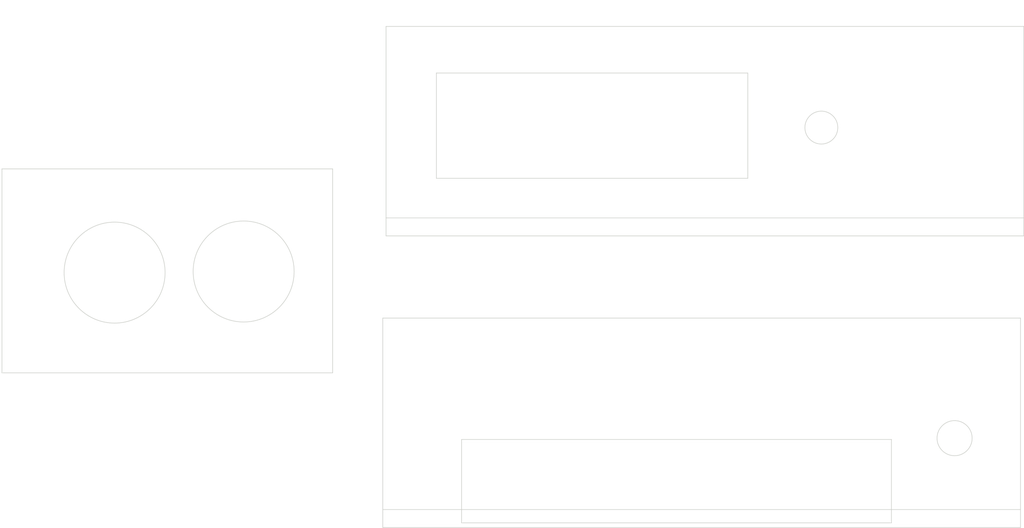
<source format=kicad_pcb>
(kicad_pcb (version 4) (host pcbnew 4.0.6)

  (general
    (links 0)
    (no_connects 0)
    (area 23.25 33.3 256.450001 153.450001)
    (thickness 1.6)
    (drawings 119)
    (tracks 0)
    (zones 0)
    (modules 0)
    (nets 1)
  )

  (page USLetter)
  (layers
    (0 F.Cu signal)
    (31 B.Cu signal)
    (32 B.Adhes user)
    (33 F.Adhes user)
    (34 B.Paste user)
    (35 F.Paste user)
    (36 B.SilkS user)
    (37 F.SilkS user)
    (38 B.Mask user)
    (39 F.Mask user)
    (40 Dwgs.User user)
    (41 Cmts.User user)
    (42 Eco1.User user)
    (43 Eco2.User user)
    (44 Edge.Cuts user)
    (45 Margin user)
    (46 B.CrtYd user)
    (47 F.CrtYd user)
    (48 B.Fab user)
    (49 F.Fab user)
  )

  (setup
    (last_trace_width 0.25)
    (trace_clearance 0.2)
    (zone_clearance 0.508)
    (zone_45_only no)
    (trace_min 0.2)
    (segment_width 0.2)
    (edge_width 0.15)
    (via_size 0.6)
    (via_drill 0.4)
    (via_min_size 0.4)
    (via_min_drill 0.3)
    (uvia_size 0.3)
    (uvia_drill 0.1)
    (uvias_allowed no)
    (uvia_min_size 0.2)
    (uvia_min_drill 0.1)
    (pcb_text_width 0.3)
    (pcb_text_size 1.5 1.5)
    (mod_edge_width 0.15)
    (mod_text_size 1 1)
    (mod_text_width 0.15)
    (pad_size 1.524 1.524)
    (pad_drill 0.762)
    (pad_to_mask_clearance 0.2)
    (aux_axis_origin 0 0)
    (visible_elements 7FFFFFFF)
    (pcbplotparams
      (layerselection 0x01400_00000000)
      (usegerberextensions false)
      (excludeedgelayer false)
      (linewidth 0.100000)
      (plotframeref false)
      (viasonmask false)
      (mode 1)
      (useauxorigin false)
      (hpglpennumber 1)
      (hpglpenspeed 20)
      (hpglpendiameter 15)
      (hpglpenoverlay 2)
      (psnegative false)
      (psa4output false)
      (plotreference true)
      (plotvalue true)
      (plotinvisibletext false)
      (padsonsilk false)
      (subtractmaskfromsilk false)
      (outputformat 4)
      (mirror false)
      (drillshape 0)
      (scaleselection 1)
      (outputdirectory ""))
  )

  (net 0 "")

  (net_class Default "Ceci est la Netclass par défaut"
    (clearance 0.2)
    (trace_width 0.25)
    (via_dia 0.6)
    (via_drill 0.4)
    (uvia_dia 0.3)
    (uvia_drill 0.1)
  )

  (gr_circle (center 225.806 50.8) (end 230.33 54.102) (layer Eco2.User) (width 0.2))
  (gr_text 15.5mm (at 230.3 47.05 90) (layer Eco1.User)
    (effects (font (size 1.5 1.5) (thickness 0.3)))
  )
  (gr_line (start 228.05 54.05) (end 228.05 53.95) (angle 90) (layer Eco1.User) (width 0.2))
  (gr_line (start 228.5 54.5) (end 228.05 54.05) (angle 90) (layer Eco1.User) (width 0.2))
  (gr_line (start 229.1 39.95) (end 229.1 40.05) (angle 90) (layer Eco1.User) (width 0.2))
  (gr_line (start 228.5 39.35) (end 229.1 39.95) (angle 90) (layer Eco1.User) (width 0.2))
  (gr_line (start 228.5 54.5) (end 228.5 39.35) (angle 90) (layer Eco1.User) (width 0.2))
  (gr_text 24mm (at 243.8 57.1) (layer Eco1.User)
    (effects (font (size 1.5 1.5) (thickness 0.3)))
  )
  (gr_line (start 232.9 59) (end 232.9 59.15) (angle 90) (layer Eco1.User) (width 0.2))
  (gr_line (start 232.4 58.5) (end 232.9 59) (angle 90) (layer Eco1.User) (width 0.2))
  (gr_line (start 255.6 58) (end 255.55 58) (angle 90) (layer Eco1.User) (width 0.2))
  (gr_line (start 256.05 58.45) (end 255.6 58) (angle 90) (layer Eco1.User) (width 0.2))
  (gr_line (start 232.35 58.45) (end 256.05 58.45) (angle 90) (layer Eco1.User) (width 0.2))
  (gr_text 11mm (at 249.85 131.75) (layer Eco1.User)
    (effects (font (size 1.5 1.5) (thickness 0.3)))
  )
  (gr_line (start 245 132.75) (end 245.1 132.75) (angle 90) (layer Eco1.User) (width 0.2))
  (gr_line (start 244.8 132.95) (end 245 132.75) (angle 90) (layer Eco1.User) (width 0.2))
  (gr_line (start 255.15 132.75) (end 255.15 132.7) (angle 90) (layer Eco1.User) (width 0.2))
  (gr_line (start 255.45 133.05) (end 255.15 132.75) (angle 90) (layer Eco1.User) (width 0.2))
  (gr_line (start 244.7 133.05) (end 255.45 133.05) (angle 90) (layer Eco1.User) (width 0.2))
  (gr_line (start 138.5 49.3) (end 138.55 49.25) (angle 90) (layer Eco1.User) (width 0.2))
  (gr_line (start 138.5 39.55) (end 138.5 49.3) (angle 90) (layer Eco1.User) (width 0.2))
  (gr_text 75.4mm (at 67.1 113.6) (layer Eco1.User)
    (effects (font (size 1.5 1.5) (thickness 0.3)))
  )
  (gr_line (start 24.55 115.85) (end 24.8 115.85) (angle 90) (layer Eco1.User) (width 0.2))
  (gr_line (start 23.9 115.2) (end 24.55 115.85) (angle 90) (layer Eco1.User) (width 0.2))
  (gr_line (start 97 113.95) (end 97.1 113.95) (angle 90) (layer Eco1.User) (width 0.2))
  (gr_line (start 98.25 115.2) (end 97 113.95) (angle 90) (layer Eco1.User) (width 0.2))
  (gr_line (start 23.85 115.2) (end 98.25 115.2) (angle 90) (layer Eco1.User) (width 0.2))
  (gr_line (start 255.2 111.25) (end 254.05 110.1) (angle 90) (layer Eco1.User) (width 0.2))
  (gr_line (start 111.85 112.15) (end 111.95 112.15) (angle 90) (layer Eco1.User) (width 0.2))
  (gr_line (start 110.95 111.25) (end 111.85 112.15) (angle 90) (layer Eco1.User) (width 0.2))
  (gr_line (start 255.35 111.25) (end 110.95 111.25) (angle 90) (layer Eco1.User) (width 0.2))
  (gr_text 145.4mm (at 176.85 109.45) (layer Eco1.User)
    (effects (font (size 1.5 1.5) (thickness 0.3)))
  )
  (gr_line (start 127.9 131.65) (end 127.65 131.65) (angle 90) (layer Eco1.User) (width 0.2))
  (gr_line (start 128.15 131.9) (end 127.9 131.65) (angle 90) (layer Eco1.User) (width 0.2))
  (gr_line (start 110.8 132.3) (end 110.9 132.3) (angle 90) (layer Eco1.User) (width 0.2))
  (gr_line (start 110.4 131.9) (end 110.8 132.3) (angle 90) (layer Eco1.User) (width 0.2))
  (gr_line (start 128.2 131.9) (end 110.4 131.9) (angle 90) (layer Eco1.User) (width 0.2))
  (gr_text 18mm (at 119.15 130.1) (layer Eco1.User)
    (effects (font (size 1.5 1.5) (thickness 0.3)))
  )
  (gr_text 29.4mm (at 241.7 142.8) (layer Eco1.User)
    (effects (font (size 1.5 1.5) (thickness 0.3)))
  )
  (gr_line (start 254.65 144.8) (end 254.6 144.8) (angle 90) (layer Eco1.User) (width 0.2))
  (gr_line (start 255.35 144.1) (end 254.65 144.8) (angle 90) (layer Eco1.User) (width 0.2))
  (gr_line (start 226.45 144.1) (end 226.95 143.6) (angle 90) (layer Eco1.User) (width 0.2))
  (gr_line (start 255.35 144.1) (end 226.45 144.1) (angle 90) (layer Eco1.User) (width 0.2))
  (gr_text 10mm (at 137.3 44.1 90) (layer Eco1.User)
    (effects (font (size 1.5 1.5) (thickness 0.3)))
  )
  (gr_line (start 138.5 49.25) (end 138.05 48.8) (angle 90) (layer Eco1.User) (width 0.2))
  (gr_line (start 138.8 39.8) (end 138.8 39.85) (angle 90) (layer Eco1.User) (width 0.2))
  (gr_line (start 138.75 39.75) (end 138.8 39.8) (angle 90) (layer Eco1.User) (width 0.2))
  (gr_line (start 138.45 39.45) (end 138.75 39.75) (angle 90) (layer Eco1.User) (width 0.2))
  (gr_text 12mm (at 46.05 77.85 90) (layer Eco1.User)
    (effects (font (size 1.5 1.5) (thickness 0.3)))
  )
  (gr_line (start 44.6 82.75) (end 44.7 82.75) (angle 90) (layer Eco1.User) (width 0.2))
  (gr_line (start 44.05 83.3) (end 44.6 82.75) (angle 90) (layer Eco1.User) (width 0.2))
  (gr_line (start 44 71.8) (end 44.5 72.3) (angle 90) (layer Eco1.User) (width 0.2))
  (gr_line (start 44 83.3) (end 44 71.8) (angle 90) (layer Eco1.User) (width 0.2))
  (gr_text 9mm (at 94.05 93.75) (layer Eco1.User)
    (effects (font (size 1.5 1.5) (thickness 0.3)))
  )
  (gr_line (start 90.4 95.3) (end 90.4 95.4) (angle 90) (layer Eco1.User) (width 0.2))
  (gr_line (start 90.15 95.05) (end 90.4 95.3) (angle 90) (layer Eco1.User) (width 0.2))
  (gr_line (start 98.6 95.05) (end 98.3 94.75) (angle 90) (layer Eco1.User) (width 0.2))
  (gr_line (start 90.15 95.05) (end 98.6 95.05) (angle 90) (layer Eco1.User) (width 0.2))
  (gr_text 9mm (at 27.75 93.5) (layer Eco1.User)
    (effects (font (size 1.5 1.5) (thickness 0.3)))
  )
  (gr_line (start 31.85 95.1) (end 31.85 95.15) (angle 90) (layer Eco1.User) (width 0.2))
  (gr_line (start 32.15 94.8) (end 31.85 95.1) (angle 90) (layer Eco1.User) (width 0.2))
  (gr_line (start 23.6 94.8) (end 24 94.4) (angle 90) (layer Eco1.User) (width 0.2))
  (gr_line (start 32.2 94.8) (end 23.6 94.8) (angle 90) (layer Eco1.User) (width 0.2))
  (gr_text 11.5mm (at 60.95 93.8) (layer Eco1.User)
    (effects (font (size 1.5 1.5) (thickness 0.3)))
  )
  (gr_line (start 56.05 95.35) (end 56.05 95.4) (angle 90) (layer Eco1.User) (width 0.2))
  (gr_line (start 55.7 95) (end 56.05 95.35) (angle 90) (layer Eco1.User) (width 0.2))
  (gr_line (start 66.4 94.55) (end 66.35 94.55) (angle 90) (layer Eco1.User) (width 0.2))
  (gr_line (start 66.85 95) (end 66.4 94.55) (angle 90) (layer Eco1.User) (width 0.2))
  (gr_line (start 55.65 95) (end 66.85 95) (angle 90) (layer Eco1.User) (width 0.2))
  (gr_text "23mm diameter" (at 43.35 109.8) (layer Eco1.User)
    (effects (font (size 1.5 1.5) (thickness 0.3)))
  )
  (gr_text 19mm (at 119.7 141.75 90) (layer Eco1.User)
    (effects (font (size 1.5 1.5) (thickness 0.3)))
  )
  (gr_line (start 120.85 151.75) (end 120.6 151.75) (angle 90) (layer Eco1.User) (width 0.2))
  (gr_line (start 121.25 152.15) (end 120.85 151.75) (angle 90) (layer Eco1.User) (width 0.2))
  (gr_line (start 121.95 133.95) (end 121.95 134.1) (angle 90) (layer Eco1.User) (width 0.2))
  (gr_line (start 121.3 133.3) (end 121.95 133.95) (angle 90) (layer Eco1.User) (width 0.2))
  (gr_line (start 121.3 152.3) (end 121.3 133.3) (angle 90) (layer Eco1.User) (width 0.2))
  (gr_text 16mm (at 125.15 141.25 90) (layer Eco1.User)
    (effects (font (size 1.5 1.5) (thickness 0.3)))
  )
  (gr_line (start 127.25 133.7) (end 127.2 133.7) (angle 90) (layer Eco1.User) (width 0.2))
  (gr_line (start 126.8 133.25) (end 127.25 133.7) (angle 90) (layer Eco1.User) (width 0.2))
  (gr_line (start 126.2 148.45) (end 126.2 148.3) (angle 90) (layer Eco1.User) (width 0.2))
  (gr_line (start 126.8 149.05) (end 126.2 148.45) (angle 90) (layer Eco1.User) (width 0.2))
  (gr_line (start 126.8 133.3) (end 126.8 149.05) (angle 90) (layer Eco1.User) (width 0.2))
  (gr_text 98mm (at 175.25 131.4) (layer Eco1.User)
    (effects (font (size 1.5 1.5) (thickness 0.3)))
  )
  (gr_text "5/16\" diameter (8mm)" (at 240.75 127.55) (layer Eco1.User)
    (effects (font (size 1.5 1.5) (thickness 0.3)))
  )
  (gr_text "23mm diameter" (at 78.7 80.95) (layer Eco1.User)
    (effects (font (size 1.5 1.5) (thickness 0.3)))
  )
  (gr_text "7.5mm diameter" (at 229.35 64.35) (layer Eco1.User)
    (effects (font (size 1.5 1.5) (thickness 0.3)))
  )
  (gr_text 71mm (at 168.6 48.15) (layer Eco1.User)
    (effects (font (size 1.5 1.5) (thickness 0.3)))
  )
  (gr_text 24mm (at 195 61.5 90) (layer Eco1.User)
    (effects (font (size 1.5 1.5) (thickness 0.3)))
  )
  (gr_text "Right side" (at 29 68) (layer Eco1.User)
    (effects (font (size 1.5 1.5) (thickness 0.3)))
  )
  (gr_text Back (at 112.5 103) (layer Eco1.User)
    (effects (font (size 1.5 1.5) (thickness 0.3)))
  )
  (gr_text Front (at 115.5 34.5) (layer Eco1.User)
    (effects (font (size 1.5 1.5) (thickness 0.3)))
  )
  (gr_circle (center 78.5 95) (end 90 94.5) (layer Edge.Cuts) (width 0.15))
  (gr_circle (center 49.08 95.254) (end 60.58 95.754) (layer Edge.Cuts) (width 0.15))
  (gr_line (start 23.4 71.6) (end 23.4 118.1) (angle 90) (layer Edge.Cuts) (width 0.15))
  (gr_line (start 98.8 71.6) (end 23.4 71.6) (angle 90) (layer Edge.Cuts) (width 0.15))
  (gr_line (start 98.8 118.1) (end 98.8 71.6) (angle 90) (layer Edge.Cuts) (width 0.15))
  (gr_line (start 23.4 118.1) (end 98.8 118.1) (angle 90) (layer Edge.Cuts) (width 0.15))
  (gr_line (start 226.2 152.3) (end 226.2 149.3) (angle 90) (layer Edge.Cuts) (width 0.15))
  (gr_line (start 128.2 152.3) (end 226.2 152.3) (angle 90) (layer Edge.Cuts) (width 0.15))
  (gr_line (start 128.2 149.3) (end 128.2 152.3) (angle 90) (layer Edge.Cuts) (width 0.15))
  (gr_circle (center 240.6 133) (end 244.6 133.1) (layer Edge.Cuts) (width 0.15))
  (gr_line (start 226.2 133.3) (end 226.2 149.3) (angle 90) (layer Edge.Cuts) (width 0.15))
  (gr_line (start 128.2 133.3) (end 226.2 133.3) (angle 90) (layer Edge.Cuts) (width 0.15))
  (gr_line (start 128.2 149.3) (end 128.2 133.3) (angle 90) (layer Edge.Cuts) (width 0.15))
  (gr_line (start 193.45 73.75) (end 193.45 49.75) (angle 90) (layer Edge.Cuts) (width 0.15))
  (gr_line (start 122.45 73.75) (end 193.45 73.75) (angle 90) (layer Edge.Cuts) (width 0.15))
  (gr_line (start 122.45 49.75) (end 122.45 73.75) (angle 90) (layer Edge.Cuts) (width 0.15))
  (gr_line (start 193.45 49.75) (end 122.45 49.75) (angle 90) (layer Edge.Cuts) (width 0.15))
  (gr_circle (center 210.222 62.186) (end 213.972 62.136) (layer Edge.Cuts) (width 0.15))
  (gr_line (start 256.375 86.875) (end 256.375 39.125) (angle 90) (layer Edge.Cuts) (width 0.15) (tstamp 59DE9C45))
  (gr_line (start 256.375 39.125) (end 110.975 39.125) (angle 90) (layer Edge.Cuts) (width 0.15) (tstamp 59DE9C44))
  (gr_line (start 110.975 39.125) (end 110.975 86.875) (angle 90) (layer Edge.Cuts) (width 0.15) (tstamp 59DE9C43))
  (gr_line (start 110.975 86.875) (end 256.375 86.875) (angle 90) (layer Edge.Cuts) (width 0.15) (tstamp 59DE9C42))
  (gr_line (start 256.375 82.775) (end 110.975 82.775) (angle 90) (layer Edge.Cuts) (width 0.15) (tstamp 59DE9C41))
  (gr_line (start 255.625 149.275) (end 110.225 149.275) (angle 90) (layer Edge.Cuts) (width 0.15))
  (gr_line (start 110.225 153.375) (end 255.625 153.375) (angle 90) (layer Edge.Cuts) (width 0.15))
  (gr_line (start 110.225 105.625) (end 110.225 153.375) (angle 90) (layer Edge.Cuts) (width 0.15))
  (gr_line (start 255.625 105.625) (end 110.225 105.625) (angle 90) (layer Edge.Cuts) (width 0.15))
  (gr_line (start 255.625 153.375) (end 255.625 105.625) (angle 90) (layer Edge.Cuts) (width 0.15))

)

</source>
